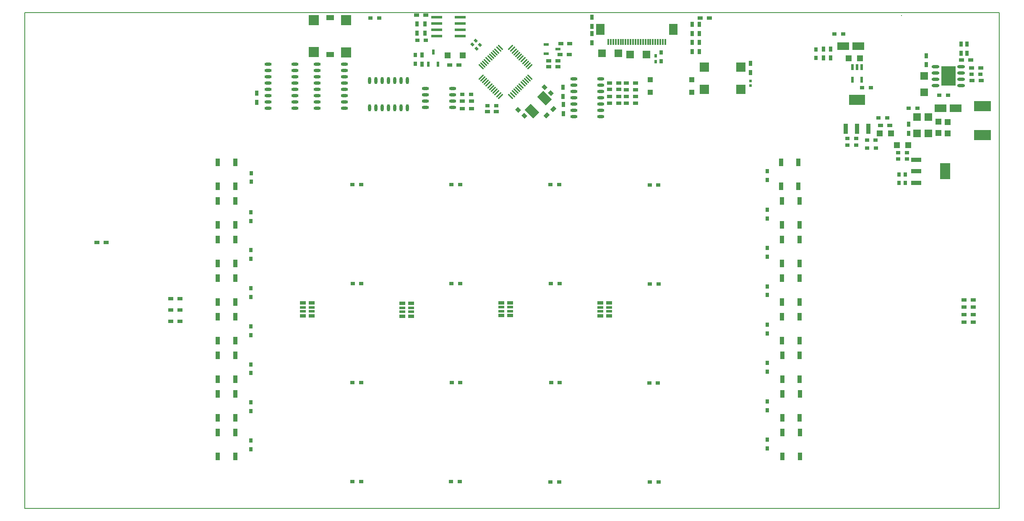
<source format=gtp>
G04*
G04 #@! TF.GenerationSoftware,Altium Limited,Altium Designer,19.0.12 (326)*
G04*
G04 Layer_Color=8421504*
%FSLAX24Y24*%
%MOIN*%
G70*
G01*
G75*
%ADD10C,0.0079*%
%ADD14C,0.0060*%
%ADD20R,0.0315X0.0400*%
%ADD21R,0.0300X0.0350*%
%ADD22O,0.0571X0.0236*%
%ADD23R,0.0787X0.0787*%
%ADD24R,0.0630X0.0394*%
G04:AMPARAMS|DCode=25|XSize=35mil|YSize=30mil|CornerRadius=0mil|HoleSize=0mil|Usage=FLASHONLY|Rotation=135.000|XOffset=0mil|YOffset=0mil|HoleType=Round|Shape=Rectangle|*
%AMROTATEDRECTD25*
4,1,4,0.0230,-0.0018,0.0018,-0.0230,-0.0230,0.0018,-0.0018,0.0230,0.0230,-0.0018,0.0*
%
%ADD25ROTATEDRECTD25*%

%ADD26R,0.0350X0.0300*%
%ADD27R,0.0600X0.0600*%
%ADD28R,0.0200X0.0250*%
%ADD29R,0.0600X0.0600*%
%ADD30R,0.0197X0.0236*%
%ADD31R,0.0500X0.0500*%
%ADD32R,0.0945X0.0630*%
%ADD33R,0.0492X0.0472*%
%ADD34R,0.0500X0.0500*%
%ADD35R,0.1378X0.0846*%
G04:AMPARAMS|DCode=36|XSize=40mil|YSize=31.5mil|CornerRadius=0mil|HoleSize=0mil|Usage=FLASHONLY|Rotation=225.000|XOffset=0mil|YOffset=0mil|HoleType=Round|Shape=Rectangle|*
%AMROTATEDRECTD36*
4,1,4,0.0030,0.0253,0.0253,0.0030,-0.0030,-0.0253,-0.0253,-0.0030,0.0030,0.0253,0.0*
%
%ADD36ROTATEDRECTD36*%

%ADD37R,0.0400X0.0315*%
G04:AMPARAMS|DCode=38|XSize=26mil|YSize=20mil|CornerRadius=0mil|HoleSize=0mil|Usage=FLASHONLY|Rotation=315.000|XOffset=0mil|YOffset=0mil|HoleType=Round|Shape=Rectangle|*
%AMROTATEDRECTD38*
4,1,4,-0.0163,0.0021,-0.0021,0.0163,0.0163,-0.0021,0.0021,-0.0163,-0.0163,0.0021,0.0*
%
%ADD38ROTATEDRECTD38*%

%ADD39R,0.0453X0.0236*%
%ADD40R,0.0453X0.0295*%
%ADD41R,0.0354X0.0591*%
%ADD42R,0.0433X0.0433*%
%ADD43R,0.0728X0.0748*%
%ADD44R,0.0236X0.0394*%
%ADD45R,0.0866X0.0236*%
%ADD46O,0.0236X0.0571*%
%ADD47R,0.0354X0.0846*%
%ADD48R,0.1280X0.0846*%
%ADD49R,0.0394X0.0236*%
%ADD50R,0.0200X0.0500*%
%ADD51R,0.0846X0.0354*%
%ADD52R,0.0846X0.1280*%
G04:AMPARAMS|DCode=53|XSize=66.9mil|YSize=94.5mil|CornerRadius=0mil|HoleSize=0mil|Usage=FLASHONLY|Rotation=45.000|XOffset=0mil|YOffset=0mil|HoleType=Round|Shape=Rectangle|*
%AMROTATEDRECTD53*
4,1,4,0.0097,-0.0571,-0.0571,0.0097,-0.0097,0.0571,0.0571,-0.0097,0.0097,-0.0571,0.0*
%
%ADD53ROTATEDRECTD53*%

%ADD54R,0.0709X0.0866*%
%ADD55R,0.0118X0.0512*%
%ADD56O,0.0630X0.0236*%
%ADD57R,0.1181X0.1575*%
G04:AMPARAMS|DCode=58|XSize=11.8mil|YSize=57.1mil|CornerRadius=0mil|HoleSize=0mil|Usage=FLASHONLY|Rotation=225.000|XOffset=0mil|YOffset=0mil|HoleType=Round|Shape=Round|*
%AMOVALD58*
21,1,0.0453,0.0118,0.0000,0.0000,315.0*
1,1,0.0118,-0.0160,0.0160*
1,1,0.0118,0.0160,-0.0160*
%
%ADD58OVALD58*%

G04:AMPARAMS|DCode=59|XSize=11.8mil|YSize=57.1mil|CornerRadius=0mil|HoleSize=0mil|Usage=FLASHONLY|Rotation=135.000|XOffset=0mil|YOffset=0mil|HoleType=Round|Shape=Round|*
%AMOVALD59*
21,1,0.0453,0.0118,0.0000,0.0000,225.0*
1,1,0.0118,0.0160,0.0160*
1,1,0.0118,-0.0160,-0.0160*
%
%ADD59OVALD59*%

D10*
X88414Y129234D02*
X88430Y129250D01*
D14*
X96180Y121566D02*
Y129440D01*
X18750D02*
X96180D01*
X18750Y127140D02*
Y129440D01*
Y121566D02*
Y127140D01*
Y90070D02*
Y121566D01*
Y90070D02*
X96180D01*
X96180Y121566D02*
X96180Y90070D01*
D20*
X93625Y126950D02*
D03*
Y126220D02*
D03*
X93165Y126950D02*
D03*
X93165Y126220D02*
D03*
X63800Y128350D02*
D03*
X63800Y129080D02*
D03*
X72360Y128515D02*
D03*
Y127785D02*
D03*
X71790Y128515D02*
D03*
Y127785D02*
D03*
X63800Y127790D02*
D03*
Y127060D02*
D03*
X76430Y124700D02*
D03*
Y125430D02*
D03*
X49930Y128560D02*
D03*
Y127830D02*
D03*
X50330Y125365D02*
D03*
Y126095D02*
D03*
X50540Y127835D02*
D03*
Y128565D02*
D03*
X71790Y127090D02*
D03*
Y126360D02*
D03*
X72360Y127090D02*
D03*
Y126360D02*
D03*
X88970Y119865D02*
D03*
Y120595D02*
D03*
X82200Y125840D02*
D03*
Y126570D02*
D03*
X90380Y126035D02*
D03*
Y125305D02*
D03*
X82780Y126570D02*
D03*
Y125840D02*
D03*
X37180Y123065D02*
D03*
Y122335D02*
D03*
X61540Y121413D02*
D03*
Y122143D02*
D03*
X61526Y123520D02*
D03*
Y122790D02*
D03*
D21*
X36730Y94770D02*
D03*
Y95460D02*
D03*
Y97791D02*
D03*
Y98481D02*
D03*
X36740Y116010D02*
D03*
Y116700D02*
D03*
X36730Y112899D02*
D03*
Y113589D02*
D03*
Y110577D02*
D03*
Y109887D02*
D03*
Y106856D02*
D03*
Y107546D02*
D03*
Y103834D02*
D03*
Y104524D02*
D03*
Y100813D02*
D03*
Y101503D02*
D03*
X69312Y125584D02*
D03*
Y126274D02*
D03*
X77740Y116150D02*
D03*
Y116840D02*
D03*
Y113103D02*
D03*
Y113793D02*
D03*
Y110056D02*
D03*
Y110746D02*
D03*
Y107009D02*
D03*
Y107699D02*
D03*
Y103961D02*
D03*
Y104651D02*
D03*
Y100914D02*
D03*
Y101604D02*
D03*
Y97867D02*
D03*
Y98557D02*
D03*
Y94820D02*
D03*
Y95510D02*
D03*
X49770Y126090D02*
D03*
Y125400D02*
D03*
X81620Y125840D02*
D03*
Y126530D02*
D03*
X88700Y116600D02*
D03*
Y115910D02*
D03*
X88200Y116600D02*
D03*
Y115910D02*
D03*
D22*
X41997Y125370D02*
D03*
Y124870D02*
D03*
Y124370D02*
D03*
Y123870D02*
D03*
Y123370D02*
D03*
Y122870D02*
D03*
Y122370D02*
D03*
Y121870D02*
D03*
X44143Y125370D02*
D03*
Y124870D02*
D03*
Y124370D02*
D03*
Y123870D02*
D03*
Y123370D02*
D03*
Y122870D02*
D03*
Y122370D02*
D03*
Y121870D02*
D03*
X50597Y123420D02*
D03*
Y122920D02*
D03*
Y122420D02*
D03*
Y121920D02*
D03*
X52743Y123420D02*
D03*
Y122920D02*
D03*
Y122420D02*
D03*
Y121920D02*
D03*
X38080Y125370D02*
D03*
Y124870D02*
D03*
Y124370D02*
D03*
Y123870D02*
D03*
Y123370D02*
D03*
Y122870D02*
D03*
Y122370D02*
D03*
Y121870D02*
D03*
X40226Y125370D02*
D03*
Y124870D02*
D03*
Y124370D02*
D03*
Y123870D02*
D03*
Y123370D02*
D03*
Y122870D02*
D03*
Y122370D02*
D03*
Y121870D02*
D03*
X64516Y121200D02*
D03*
Y121700D02*
D03*
Y122200D02*
D03*
Y122700D02*
D03*
Y123200D02*
D03*
Y123700D02*
D03*
Y124200D02*
D03*
X62370Y121200D02*
D03*
Y121700D02*
D03*
Y122200D02*
D03*
Y122700D02*
D03*
Y123200D02*
D03*
Y123700D02*
D03*
Y124200D02*
D03*
D23*
X41720Y128864D02*
D03*
X41717Y126307D02*
D03*
X44290Y126294D02*
D03*
X44270Y128860D02*
D03*
D24*
X43000Y129064D02*
D03*
Y126104D02*
D03*
D25*
X58443Y121243D02*
D03*
X57955Y121730D02*
D03*
X60062Y123528D02*
D03*
X60550Y123040D02*
D03*
D26*
X92110Y122900D02*
D03*
X91420Y122900D02*
D03*
X46220Y129020D02*
D03*
X46910D02*
D03*
X50630Y127240D02*
D03*
X49940D02*
D03*
X53510Y122940D02*
D03*
X54200D02*
D03*
X93995Y124570D02*
D03*
X94685D02*
D03*
X86366Y118680D02*
D03*
X85676D02*
D03*
X86360Y119320D02*
D03*
X85670D02*
D03*
X84810Y119440D02*
D03*
X84120D02*
D03*
X84810Y118920D02*
D03*
X84120D02*
D03*
X85970Y123500D02*
D03*
X85280D02*
D03*
X88850Y118330D02*
D03*
X88160D02*
D03*
X88850Y117810D02*
D03*
X88160D02*
D03*
X83080Y127740D02*
D03*
X83770D02*
D03*
X88985Y121840D02*
D03*
X89675D02*
D03*
X87270Y121080D02*
D03*
X86580D02*
D03*
X45478Y115790D02*
D03*
X44788D02*
D03*
X53340Y115790D02*
D03*
X52650D02*
D03*
X61202Y115790D02*
D03*
X60512D02*
D03*
X69090Y115760D02*
D03*
X68400D02*
D03*
X45498Y107920D02*
D03*
X44808D02*
D03*
X53340Y107920D02*
D03*
X52650D02*
D03*
X61240Y107930D02*
D03*
X60550D02*
D03*
X69100Y107900D02*
D03*
X68410D02*
D03*
X45470Y100050D02*
D03*
X44780D02*
D03*
X53360Y100040D02*
D03*
X52670D02*
D03*
X61258Y100050D02*
D03*
X60568D02*
D03*
X69060Y100030D02*
D03*
X68370D02*
D03*
X45480Y92180D02*
D03*
X44790D02*
D03*
X53320Y92190D02*
D03*
X52630D02*
D03*
X61210Y92140D02*
D03*
X60520D02*
D03*
X69122Y92170D02*
D03*
X68432D02*
D03*
X55510Y122040D02*
D03*
X56200D02*
D03*
D27*
X90220Y123127D02*
D03*
Y124427D02*
D03*
X90550Y119840D02*
D03*
Y121140D02*
D03*
X89660Y119860D02*
D03*
X89660Y121160D02*
D03*
D28*
X68895Y126021D02*
D03*
Y125561D02*
D03*
D29*
X66840Y126110D02*
D03*
X68140Y126110D02*
D03*
X65930Y126230D02*
D03*
X64630Y126230D02*
D03*
D30*
X76430Y124037D02*
D03*
X76430Y123643D02*
D03*
D31*
X91340Y120790D02*
D03*
Y119890D02*
D03*
X92080Y120770D02*
D03*
X92080Y119870D02*
D03*
D32*
X84990Y126780D02*
D03*
X83789D02*
D03*
X91530Y121840D02*
D03*
X92730D02*
D03*
D33*
X52350Y126060D02*
D03*
X53550D02*
D03*
D34*
X86670Y119840D02*
D03*
X87570D02*
D03*
X88040Y118920D02*
D03*
X88940D02*
D03*
X84210Y125820D02*
D03*
X85110D02*
D03*
D35*
X94860Y119720D02*
D03*
Y122023D02*
D03*
D36*
X60748Y121788D02*
D03*
X60232Y121272D02*
D03*
D37*
X73145Y129030D02*
D03*
X72415D02*
D03*
X30345Y105825D02*
D03*
X31075D02*
D03*
X25210Y111180D02*
D03*
X24480D02*
D03*
X31075Y106720D02*
D03*
X30345D02*
D03*
X93390Y104870D02*
D03*
X94120D02*
D03*
Y106620D02*
D03*
X93390D02*
D03*
X94120Y106040D02*
D03*
X93390D02*
D03*
X31075Y104930D02*
D03*
X30345D02*
D03*
X94120Y105460D02*
D03*
X93390D02*
D03*
X66555Y123330D02*
D03*
X67285D02*
D03*
Y123840D02*
D03*
X66555D02*
D03*
X53255Y125280D02*
D03*
X52525D02*
D03*
X53505Y122430D02*
D03*
X54235D02*
D03*
X53510Y121830D02*
D03*
X54240D02*
D03*
X49875Y129240D02*
D03*
X50605D02*
D03*
X94005Y124050D02*
D03*
X94735D02*
D03*
X60392Y125630D02*
D03*
X61122D02*
D03*
X86750Y120490D02*
D03*
X87480D02*
D03*
X61117Y125140D02*
D03*
X60387D02*
D03*
X61275Y126130D02*
D03*
X62005D02*
D03*
X93910Y125700D02*
D03*
X93180D02*
D03*
X93995Y125060D02*
D03*
X94725D02*
D03*
X61335Y126990D02*
D03*
X62065D02*
D03*
X65935Y122800D02*
D03*
X65205D02*
D03*
Y122270D02*
D03*
X65935D02*
D03*
X66555Y122800D02*
D03*
X67285D02*
D03*
X65950Y123340D02*
D03*
X65220D02*
D03*
Y123840D02*
D03*
X65950D02*
D03*
X66555Y122270D02*
D03*
X67285D02*
D03*
X55500Y121580D02*
D03*
X56230D02*
D03*
D38*
X54300Y126930D02*
D03*
X54640Y126590D02*
D03*
X54930Y126890D02*
D03*
X54590Y127230D02*
D03*
D39*
X41550Y105705D02*
D03*
Y106020D02*
D03*
X40841Y105705D02*
D03*
Y106020D02*
D03*
X49444Y105673D02*
D03*
Y105987D02*
D03*
X48736Y105673D02*
D03*
Y105987D02*
D03*
X57324Y105733D02*
D03*
Y106047D02*
D03*
X56616Y105733D02*
D03*
Y106047D02*
D03*
X65184Y105713D02*
D03*
Y106027D02*
D03*
X64476Y105713D02*
D03*
Y106027D02*
D03*
D40*
X41550Y105351D02*
D03*
Y106374D02*
D03*
X40841Y105351D02*
D03*
Y106374D02*
D03*
X49444Y105318D02*
D03*
Y106342D02*
D03*
X48736Y105318D02*
D03*
Y106342D02*
D03*
X57324Y105378D02*
D03*
Y106402D02*
D03*
X56616Y105378D02*
D03*
Y106402D02*
D03*
X65184Y105358D02*
D03*
Y106382D02*
D03*
X64476Y105358D02*
D03*
Y106382D02*
D03*
D41*
X35470Y96100D02*
D03*
X34090Y94180D02*
D03*
X35468Y94180D02*
D03*
X34091Y96100D02*
D03*
X35470Y99167D02*
D03*
X34090Y97247D02*
D03*
X35468Y97247D02*
D03*
X34091Y99167D02*
D03*
X35470Y102233D02*
D03*
X34090Y100313D02*
D03*
X35468Y100313D02*
D03*
X34091Y102233D02*
D03*
X35470Y105300D02*
D03*
X34090Y103380D02*
D03*
X35468Y103380D02*
D03*
X34091Y105300D02*
D03*
X35470Y108367D02*
D03*
X34090Y106447D02*
D03*
X35468Y106447D02*
D03*
X34091Y108367D02*
D03*
X35470Y111433D02*
D03*
X34090Y109513D02*
D03*
X35468Y109513D02*
D03*
X34091Y111433D02*
D03*
X35470Y114500D02*
D03*
X34090Y112580D02*
D03*
X35468Y112580D02*
D03*
X34091Y114500D02*
D03*
X35470Y117567D02*
D03*
X34090Y115647D02*
D03*
X35468Y115647D02*
D03*
X34091Y117567D02*
D03*
X80344Y96093D02*
D03*
X78964Y94173D02*
D03*
X80342Y94173D02*
D03*
X78965Y96093D02*
D03*
X80334Y99160D02*
D03*
X78954Y97240D02*
D03*
X80332Y97240D02*
D03*
X78955Y99160D02*
D03*
X80324Y102227D02*
D03*
X78944Y100307D02*
D03*
X80322Y100307D02*
D03*
X78945Y102227D02*
D03*
X80304Y105293D02*
D03*
X78924Y103373D02*
D03*
X80302Y103373D02*
D03*
X78925Y105293D02*
D03*
X80304Y108360D02*
D03*
X78924Y106440D02*
D03*
X80302Y106440D02*
D03*
X78925Y108360D02*
D03*
X80304Y111427D02*
D03*
X78924Y109507D02*
D03*
X80302Y109507D02*
D03*
X78925Y111427D02*
D03*
X80304Y114493D02*
D03*
X78924Y112573D02*
D03*
X80302Y112573D02*
D03*
X78925Y114493D02*
D03*
X80214Y117560D02*
D03*
X78834Y115640D02*
D03*
X80212Y115640D02*
D03*
X78835Y117560D02*
D03*
D42*
X68450Y123120D02*
D03*
X71750Y124120D02*
D03*
X68450D02*
D03*
X71750Y123120D02*
D03*
D43*
X75637Y125126D02*
D03*
X72743Y123354D02*
D03*
X75637Y123354D02*
D03*
X72743Y125126D02*
D03*
D44*
X51206Y126315D02*
D03*
X51580Y125370D02*
D03*
X50832Y125370D02*
D03*
D45*
X53360Y127590D02*
D03*
Y128090D02*
D03*
Y128590D02*
D03*
Y129090D02*
D03*
X51470Y127590D02*
D03*
Y128090D02*
D03*
Y128590D02*
D03*
Y129090D02*
D03*
D46*
X46140Y121894D02*
D03*
X46640D02*
D03*
X47140D02*
D03*
X47640D02*
D03*
X48140D02*
D03*
X48640D02*
D03*
X49140D02*
D03*
X46140Y124040D02*
D03*
X46640D02*
D03*
X47140D02*
D03*
X47640D02*
D03*
X48140D02*
D03*
X48640D02*
D03*
X49140D02*
D03*
D47*
X83974Y120211D02*
D03*
X84880D02*
D03*
X85786D02*
D03*
D48*
X84880Y122519D02*
D03*
D49*
X60178Y126924D02*
D03*
X60178Y126176D02*
D03*
X61122Y126550D02*
D03*
D50*
X84516Y124120D02*
D03*
X85264D02*
D03*
X84890Y125120D02*
D03*
X84516D02*
D03*
X85264D02*
D03*
D51*
X89566Y117746D02*
D03*
X89566Y116840D02*
D03*
X89566Y115934D02*
D03*
D52*
X91874Y116840D02*
D03*
D53*
X59035Y121615D02*
D03*
X60065Y122645D02*
D03*
D54*
X70293Y128110D02*
D03*
X64467Y128110D02*
D03*
D55*
X68069Y127127D02*
D03*
X68266D02*
D03*
X69644D02*
D03*
X69447D02*
D03*
X69250D02*
D03*
X69053Y127127D02*
D03*
X68856Y127127D02*
D03*
X68660D02*
D03*
X68463D02*
D03*
X67872D02*
D03*
X67675D02*
D03*
X67478D02*
D03*
X67282D02*
D03*
X67085D02*
D03*
X66888D02*
D03*
X66691D02*
D03*
X66494D02*
D03*
X66297D02*
D03*
X66100D02*
D03*
X65904D02*
D03*
X65707D02*
D03*
X65510D02*
D03*
X65313D02*
D03*
X65116D02*
D03*
D56*
X91111Y125155D02*
D03*
X91111Y124655D02*
D03*
X91111Y124155D02*
D03*
X91111Y123655D02*
D03*
X93159Y125155D02*
D03*
Y124655D02*
D03*
X93159Y124155D02*
D03*
X93159Y123655D02*
D03*
D57*
X92135Y124405D02*
D03*
D58*
X57361Y122798D02*
D03*
X57500Y122937D02*
D03*
X57639Y123077D02*
D03*
X57778Y123216D02*
D03*
X57917Y123355D02*
D03*
X58057Y123494D02*
D03*
X58196Y123633D02*
D03*
X58335Y123773D02*
D03*
X58474Y123912D02*
D03*
X58613Y124051D02*
D03*
X58753Y124190D02*
D03*
X58892Y124329D02*
D03*
X56539Y126682D02*
D03*
X56400Y126543D02*
D03*
X56261Y126403D02*
D03*
X56122Y126264D02*
D03*
X55983Y126125D02*
D03*
X55843Y125986D02*
D03*
X55704Y125847D02*
D03*
X55565Y125707D02*
D03*
X55426Y125568D02*
D03*
X55287Y125429D02*
D03*
X55147Y125290D02*
D03*
X55008Y125151D02*
D03*
D59*
X58892D02*
D03*
X58753Y125290D02*
D03*
X58613Y125429D02*
D03*
X58474Y125568D02*
D03*
X58335Y125707D02*
D03*
X58196Y125847D02*
D03*
X58057Y125986D02*
D03*
X57917Y126125D02*
D03*
X57778Y126264D02*
D03*
X57639Y126403D02*
D03*
X57500Y126543D02*
D03*
X57361Y126682D02*
D03*
X55008Y124329D02*
D03*
X55147Y124190D02*
D03*
X55287Y124051D02*
D03*
X55426Y123912D02*
D03*
X55565Y123773D02*
D03*
X55704Y123633D02*
D03*
X55843Y123494D02*
D03*
X55983Y123355D02*
D03*
X56122Y123216D02*
D03*
X56261Y123077D02*
D03*
X56400Y122937D02*
D03*
X56539Y122798D02*
D03*
M02*

</source>
